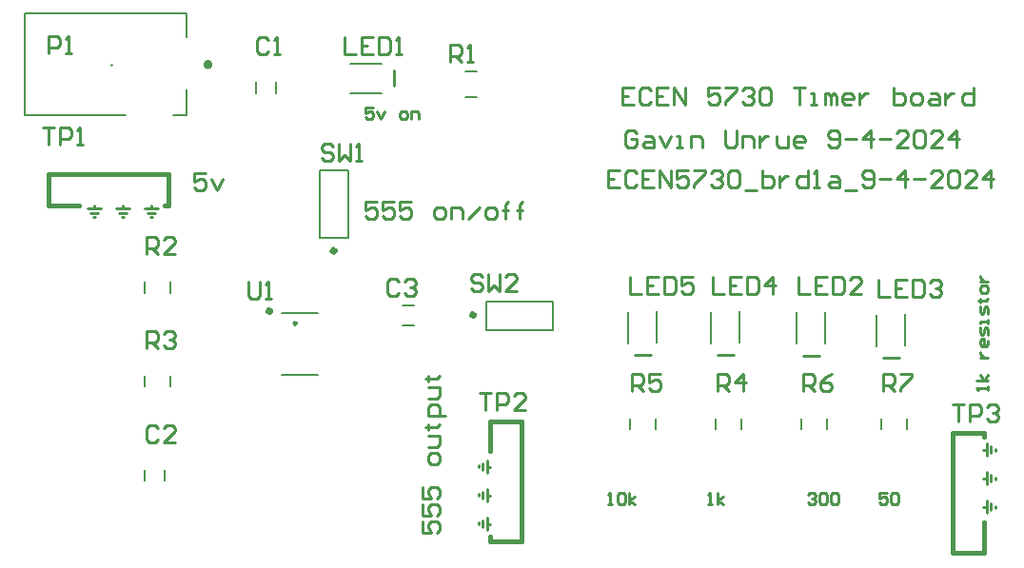
<source format=gto>
G04*
G04 #@! TF.GenerationSoftware,Altium Limited,Altium Designer,24.1.2 (44)*
G04*
G04 Layer_Color=65535*
%FSLAX25Y25*%
%MOIN*%
G70*
G04*
G04 #@! TF.SameCoordinates,DF6D4255-D543-4343-BE3F-48429236DA3E*
G04*
G04*
G04 #@! TF.FilePolarity,Positive*
G04*
G01*
G75*
%ADD10C,0.01575*%
%ADD11C,0.01181*%
%ADD12C,0.02000*%
%ADD13C,0.00500*%
%ADD14C,0.01000*%
%ADD15C,0.01500*%
%ADD16C,0.00787*%
%ADD17C,0.00600*%
%ADD18C,0.00787*%
D10*
X66610Y179900D02*
G03*
X66610Y179900I-787J0D01*
G01*
D11*
X96794Y89300D02*
G03*
X96794Y89300I-394J0D01*
G01*
D12*
X87764Y93500D02*
G03*
X87764Y93500I-492J0D01*
G01*
X110345Y114589D02*
G03*
X110345Y114589I-500J0D01*
G01*
X159089Y92155D02*
G03*
X159089Y92155I-500J0D01*
G01*
D13*
X53722Y162284D02*
X58469D01*
Y171300D01*
X1776Y162284D02*
Y197716D01*
X58469D01*
Y189500D02*
Y197716D01*
X1776Y162284D02*
X37012D01*
D14*
X32091Y180000D02*
X32122D01*
X23750Y129500D02*
X28250D01*
X26000D02*
Y130527D01*
X24750Y128000D02*
X27250D01*
X25523Y126500D02*
X26250D01*
X33750Y129500D02*
X38250D01*
X36000D02*
Y130527D01*
X34750Y128000D02*
X37250D01*
X35523Y126500D02*
X36250D01*
X43750Y129500D02*
X48250D01*
X46000D02*
Y130527D01*
X44750Y128000D02*
X47250D01*
X45523Y126500D02*
X46250D01*
X163500Y36750D02*
Y41250D01*
Y39000D02*
X164527D01*
X162000Y37750D02*
Y40250D01*
X160500Y38750D02*
Y39477D01*
X163500Y26750D02*
Y31250D01*
Y29000D02*
X164527D01*
X162000Y27750D02*
Y30250D01*
X160500Y28750D02*
Y29477D01*
X163500Y16750D02*
Y21250D01*
Y19000D02*
X164527D01*
X162000Y17750D02*
Y20250D01*
X160500Y18750D02*
Y19477D01*
X130900Y172400D02*
Y178000D01*
X302400Y77100D02*
X308000D01*
X274400Y78000D02*
X280000D01*
X244400Y78100D02*
X250000D01*
X215400D02*
X221000D01*
X341500Y44523D02*
Y45250D01*
X340000Y43750D02*
Y46250D01*
X337473Y45000D02*
X338500D01*
Y42750D02*
Y47250D01*
X341500Y34523D02*
Y35250D01*
X340000Y33750D02*
Y36250D01*
X337473Y35000D02*
X338500D01*
Y32750D02*
Y37250D01*
X341500Y24523D02*
Y25250D01*
X340000Y23750D02*
Y26250D01*
X337473Y25000D02*
X338500D01*
Y22750D02*
Y27250D01*
X303666Y29999D02*
X301000D01*
Y27999D01*
X302333Y28666D01*
X302999D01*
X303666Y27999D01*
Y26666D01*
X302999Y26000D01*
X301666D01*
X301000Y26666D01*
X304999Y29332D02*
X305665Y29999D01*
X306998D01*
X307664Y29332D01*
Y26666D01*
X306998Y26000D01*
X305665D01*
X304999Y26666D01*
Y29332D01*
X276000D02*
X276666Y29999D01*
X277999D01*
X278666Y29332D01*
Y28666D01*
X277999Y27999D01*
X277333D01*
X277999D01*
X278666Y27333D01*
Y26666D01*
X277999Y26000D01*
X276666D01*
X276000Y26666D01*
X279999Y29332D02*
X280665Y29999D01*
X281998D01*
X282664Y29332D01*
Y26666D01*
X281998Y26000D01*
X280665D01*
X279999Y26666D01*
Y29332D01*
X283997D02*
X284664Y29999D01*
X285997D01*
X286663Y29332D01*
Y26666D01*
X285997Y26000D01*
X284664D01*
X283997Y26666D01*
Y29332D01*
X241000Y26000D02*
X242333D01*
X241666D01*
Y29999D01*
X241000Y29332D01*
X244332Y26000D02*
Y29999D01*
Y27333D02*
X246332Y28666D01*
X244332Y27333D02*
X246332Y26000D01*
X206000D02*
X207333D01*
X206666D01*
Y29999D01*
X206000Y29332D01*
X209332D02*
X209999Y29999D01*
X211332D01*
X211998Y29332D01*
Y26666D01*
X211332Y26000D01*
X209999D01*
X209332Y26666D01*
Y29332D01*
X213331Y26000D02*
Y29999D01*
Y27333D02*
X215330Y28666D01*
X213331Y27333D02*
X215330Y26000D01*
X123666Y164999D02*
X121000D01*
Y162999D01*
X122333Y163666D01*
X122999D01*
X123666Y162999D01*
Y161667D01*
X122999Y161000D01*
X121667D01*
X121000Y161667D01*
X124999Y163666D02*
X126332Y161000D01*
X127664Y163666D01*
X133663Y161000D02*
X134995D01*
X135662Y161667D01*
Y162999D01*
X134995Y163666D01*
X133663D01*
X132996Y162999D01*
Y161667D01*
X133663Y161000D01*
X136995D02*
Y163666D01*
X138994D01*
X139661Y162999D01*
Y161000D01*
X339000Y66000D02*
Y67333D01*
Y66666D01*
X335001D01*
X335668Y66000D01*
X339000Y69332D02*
X335001D01*
X337667D02*
X336334Y71332D01*
X337667Y69332D02*
X339000Y71332D01*
X336334Y77330D02*
X339000D01*
X337667D01*
X337001Y77996D01*
X336334Y78663D01*
Y79329D01*
X339000Y83328D02*
Y81995D01*
X338334Y81328D01*
X337001D01*
X336334Y81995D01*
Y83328D01*
X337001Y83994D01*
X337667D01*
Y81328D01*
X339000Y85327D02*
Y87326D01*
X338334Y87993D01*
X337667Y87326D01*
Y85994D01*
X337001Y85327D01*
X336334Y85994D01*
Y87993D01*
X339000Y89326D02*
Y90659D01*
Y89992D01*
X336334D01*
Y89326D01*
X339000Y92658D02*
Y94657D01*
X338334Y95324D01*
X337667Y94657D01*
Y93325D01*
X337001Y92658D01*
X336334Y93325D01*
Y95324D01*
X335668Y97323D02*
X336334D01*
Y96657D01*
Y97990D01*
Y97323D01*
X338334D01*
X339000Y97990D01*
Y100655D02*
Y101988D01*
X338334Y102655D01*
X337001D01*
X336334Y101988D01*
Y100655D01*
X337001Y99989D01*
X338334D01*
X339000Y100655D01*
X336334Y103988D02*
X339000D01*
X337667D01*
X337001Y104654D01*
X336334Y105321D01*
Y105987D01*
X141003Y19999D02*
Y16000D01*
X144002D01*
X143002Y17999D01*
Y18999D01*
X144002Y19999D01*
X146001D01*
X147001Y18999D01*
Y17000D01*
X146001Y16000D01*
X141003Y25997D02*
Y21998D01*
X144002D01*
X143002Y23997D01*
Y24997D01*
X144002Y25997D01*
X146001D01*
X147001Y24997D01*
Y22998D01*
X146001Y21998D01*
X141003Y31995D02*
Y27996D01*
X144002D01*
X143002Y29996D01*
Y30995D01*
X144002Y31995D01*
X146001D01*
X147001Y30995D01*
Y28996D01*
X146001Y27996D01*
X147001Y40992D02*
Y42991D01*
X146001Y43991D01*
X144002D01*
X143002Y42991D01*
Y40992D01*
X144002Y39992D01*
X146001D01*
X147001Y40992D01*
X143002Y45990D02*
X146001D01*
X147001Y46990D01*
Y49989D01*
X143002D01*
X142002Y52988D02*
X143002D01*
Y51988D01*
Y53988D01*
Y52988D01*
X146001D01*
X147001Y53988D01*
X149000Y56987D02*
X143002D01*
Y59986D01*
X144002Y60985D01*
X146001D01*
X147001Y59986D01*
Y56987D01*
X143002Y62985D02*
X146001D01*
X147001Y63985D01*
Y66983D01*
X143002D01*
X142002Y69982D02*
X143002D01*
Y68983D01*
Y70982D01*
Y69982D01*
X146001D01*
X147001Y70982D01*
X124999Y131998D02*
X121000D01*
Y128999D01*
X122999Y129999D01*
X123999D01*
X124999Y128999D01*
Y127000D01*
X123999Y126000D01*
X122000D01*
X121000Y127000D01*
X130997Y131998D02*
X126998D01*
Y128999D01*
X128997Y129999D01*
X129997D01*
X130997Y128999D01*
Y127000D01*
X129997Y126000D01*
X127998D01*
X126998Y127000D01*
X136995Y131998D02*
X132996D01*
Y128999D01*
X134995Y129999D01*
X135995D01*
X136995Y128999D01*
Y127000D01*
X135995Y126000D01*
X133996D01*
X132996Y127000D01*
X145992Y126000D02*
X147991D01*
X148991Y127000D01*
Y128999D01*
X147991Y129999D01*
X145992D01*
X144992Y128999D01*
Y127000D01*
X145992Y126000D01*
X150990D02*
Y129999D01*
X153989D01*
X154989Y128999D01*
Y126000D01*
X156988D02*
X160987Y129999D01*
X163986Y126000D02*
X165985D01*
X166985Y127000D01*
Y128999D01*
X165985Y129999D01*
X163986D01*
X162986Y128999D01*
Y127000D01*
X163986Y126000D01*
X169984D02*
Y130998D01*
Y128999D01*
X168984D01*
X170984D01*
X169984D01*
Y130998D01*
X170984Y131998D01*
X174983Y126000D02*
Y130998D01*
Y128999D01*
X173983D01*
X175982D01*
X174983D01*
Y130998D01*
X175982Y131998D01*
X64999Y141998D02*
X61000D01*
Y138999D01*
X62999Y139999D01*
X63999D01*
X64999Y138999D01*
Y137000D01*
X63999Y136000D01*
X62000D01*
X61000Y137000D01*
X66998Y139999D02*
X68997Y136000D01*
X70997Y139999D01*
X209999Y142998D02*
X206000D01*
Y137000D01*
X209999D01*
X206000Y139999D02*
X207999D01*
X215997Y141998D02*
X214997Y142998D01*
X212998D01*
X211998Y141998D01*
Y137999D01*
X212998Y137000D01*
X214997D01*
X215997Y137999D01*
X221995Y142998D02*
X217996D01*
Y137000D01*
X221995D01*
X217996Y139999D02*
X219995D01*
X223994Y137000D02*
Y142998D01*
X227993Y137000D01*
Y142998D01*
X233991D02*
X229992D01*
Y139999D01*
X231992Y140998D01*
X232991D01*
X233991Y139999D01*
Y137999D01*
X232991Y137000D01*
X230992D01*
X229992Y137999D01*
X235990Y142998D02*
X239989D01*
Y141998D01*
X235990Y137999D01*
Y137000D01*
X241988Y141998D02*
X242988Y142998D01*
X244987D01*
X245987Y141998D01*
Y140998D01*
X244987Y139999D01*
X243988D01*
X244987D01*
X245987Y138999D01*
Y137999D01*
X244987Y137000D01*
X242988D01*
X241988Y137999D01*
X247986Y141998D02*
X248986Y142998D01*
X250985D01*
X251985Y141998D01*
Y137999D01*
X250985Y137000D01*
X248986D01*
X247986Y137999D01*
Y141998D01*
X253984Y136000D02*
X257983D01*
X259982Y142998D02*
Y137000D01*
X262982D01*
X263981Y137999D01*
Y138999D01*
Y139999D01*
X262982Y140998D01*
X259982D01*
X265981D02*
Y137000D01*
Y138999D01*
X266980Y139999D01*
X267980Y140998D01*
X268980D01*
X275977Y142998D02*
Y137000D01*
X272978D01*
X271979Y137999D01*
Y139999D01*
X272978Y140998D01*
X275977D01*
X277977Y137000D02*
X279976D01*
X278976D01*
Y142998D01*
X277977Y141998D01*
X283975Y140998D02*
X285974D01*
X286974Y139999D01*
Y137000D01*
X283975D01*
X282975Y137999D01*
X283975Y138999D01*
X286974D01*
X288973Y136000D02*
X292972D01*
X294971Y137999D02*
X295971Y137000D01*
X297970D01*
X298970Y137999D01*
Y141998D01*
X297970Y142998D01*
X295971D01*
X294971Y141998D01*
Y140998D01*
X295971Y139999D01*
X298970D01*
X300969D02*
X304968D01*
X309966Y137000D02*
Y142998D01*
X306967Y139999D01*
X310966D01*
X312965D02*
X316964D01*
X322962Y137000D02*
X318964D01*
X322962Y140998D01*
Y141998D01*
X321962Y142998D01*
X319963D01*
X318964Y141998D01*
X324961D02*
X325961Y142998D01*
X327961D01*
X328960Y141998D01*
Y137999D01*
X327961Y137000D01*
X325961D01*
X324961Y137999D01*
Y141998D01*
X334958Y137000D02*
X330960D01*
X334958Y140998D01*
Y141998D01*
X333959Y142998D01*
X331959D01*
X330960Y141998D01*
X339957Y137000D02*
Y142998D01*
X336958Y139999D01*
X340956D01*
X215997Y155998D02*
X214997Y156998D01*
X212998D01*
X211998Y155998D01*
Y152000D01*
X212998Y151000D01*
X214997D01*
X215997Y152000D01*
Y153999D01*
X213997D01*
X218996Y154999D02*
X220995D01*
X221995Y153999D01*
Y151000D01*
X218996D01*
X217996Y152000D01*
X218996Y152999D01*
X221995D01*
X223994Y154999D02*
X225993Y151000D01*
X227993Y154999D01*
X229992Y151000D02*
X231992D01*
X230992D01*
Y154999D01*
X229992D01*
X234991Y151000D02*
Y154999D01*
X237990D01*
X238989Y153999D01*
Y151000D01*
X246987Y156998D02*
Y152000D01*
X247986Y151000D01*
X249986D01*
X250985Y152000D01*
Y156998D01*
X252985Y151000D02*
Y154999D01*
X255984D01*
X256983Y153999D01*
Y151000D01*
X258983Y154999D02*
Y151000D01*
Y152999D01*
X259982Y153999D01*
X260982Y154999D01*
X261982D01*
X264981D02*
Y152000D01*
X265981Y151000D01*
X268980D01*
Y154999D01*
X273978Y151000D02*
X271979D01*
X270979Y152000D01*
Y153999D01*
X271979Y154999D01*
X273978D01*
X274978Y153999D01*
Y152999D01*
X270979D01*
X282975Y152000D02*
X283975Y151000D01*
X285974D01*
X286974Y152000D01*
Y155998D01*
X285974Y156998D01*
X283975D01*
X282975Y155998D01*
Y154999D01*
X283975Y153999D01*
X286974D01*
X288973D02*
X292972D01*
X297970Y151000D02*
Y156998D01*
X294971Y153999D01*
X298970D01*
X300969D02*
X304968D01*
X310966Y151000D02*
X306967D01*
X310966Y154999D01*
Y155998D01*
X309966Y156998D01*
X307967D01*
X306967Y155998D01*
X312965D02*
X313965Y156998D01*
X315964D01*
X316964Y155998D01*
Y152000D01*
X315964Y151000D01*
X313965D01*
X312965Y152000D01*
Y155998D01*
X322962Y151000D02*
X318964D01*
X322962Y154999D01*
Y155998D01*
X321962Y156998D01*
X319963D01*
X318964Y155998D01*
X327961Y151000D02*
Y156998D01*
X324961Y153999D01*
X328960D01*
X214999Y171998D02*
X211000D01*
Y166000D01*
X214999D01*
X211000Y168999D02*
X212999D01*
X220997Y170998D02*
X219997Y171998D01*
X217998D01*
X216998Y170998D01*
Y167000D01*
X217998Y166000D01*
X219997D01*
X220997Y167000D01*
X226995Y171998D02*
X222996D01*
Y166000D01*
X226995D01*
X222996Y168999D02*
X224995D01*
X228994Y166000D02*
Y171998D01*
X232993Y166000D01*
Y171998D01*
X244989D02*
X240990D01*
Y168999D01*
X242990Y169999D01*
X243989D01*
X244989Y168999D01*
Y167000D01*
X243989Y166000D01*
X241990D01*
X240990Y167000D01*
X246988Y171998D02*
X250987D01*
Y170998D01*
X246988Y167000D01*
Y166000D01*
X252986Y170998D02*
X253986Y171998D01*
X255985D01*
X256985Y170998D01*
Y169999D01*
X255985Y168999D01*
X254986D01*
X255985D01*
X256985Y167999D01*
Y167000D01*
X255985Y166000D01*
X253986D01*
X252986Y167000D01*
X258984Y170998D02*
X259984Y171998D01*
X261983D01*
X262983Y170998D01*
Y167000D01*
X261983Y166000D01*
X259984D01*
X258984Y167000D01*
Y170998D01*
X270981Y171998D02*
X274979D01*
X272980D01*
Y166000D01*
X276979D02*
X278978D01*
X277978D01*
Y169999D01*
X276979D01*
X281977Y166000D02*
Y169999D01*
X282977D01*
X283976Y168999D01*
Y166000D01*
Y168999D01*
X284976Y169999D01*
X285976Y168999D01*
Y166000D01*
X290974D02*
X288975D01*
X287975Y167000D01*
Y168999D01*
X288975Y169999D01*
X290974D01*
X291974Y168999D01*
Y167999D01*
X287975D01*
X293973Y169999D02*
Y166000D01*
Y167999D01*
X294973Y168999D01*
X295972Y169999D01*
X296972D01*
X305969Y171998D02*
Y166000D01*
X308968D01*
X309968Y167000D01*
Y167999D01*
Y168999D01*
X308968Y169999D01*
X305969D01*
X312967Y166000D02*
X314966D01*
X315966Y167000D01*
Y168999D01*
X314966Y169999D01*
X312967D01*
X311967Y168999D01*
Y167000D01*
X312967Y166000D01*
X318965Y169999D02*
X320964D01*
X321964Y168999D01*
Y166000D01*
X318965D01*
X317965Y167000D01*
X318965Y167999D01*
X321964D01*
X323963Y169999D02*
Y166000D01*
Y167999D01*
X324963Y168999D01*
X325963Y169999D01*
X326962D01*
X333960Y171998D02*
Y166000D01*
X330961D01*
X329961Y167000D01*
Y168999D01*
X330961Y169999D01*
X333960D01*
X80000Y103998D02*
Y99000D01*
X81000Y98000D01*
X82999D01*
X83999Y99000D01*
Y103998D01*
X85998Y98000D02*
X87997D01*
X86998D01*
Y103998D01*
X85998Y102998D01*
X326800Y60798D02*
X330799D01*
X328799D01*
Y54800D01*
X332798D02*
Y60798D01*
X335797D01*
X336797Y59798D01*
Y57799D01*
X335797Y56799D01*
X332798D01*
X338796Y59798D02*
X339796Y60798D01*
X341795D01*
X342795Y59798D01*
Y58799D01*
X341795Y57799D01*
X340795D01*
X341795D01*
X342795Y56799D01*
Y55800D01*
X341795Y54800D01*
X339796D01*
X338796Y55800D01*
X161000Y64798D02*
X164999D01*
X162999D01*
Y58800D01*
X166998D02*
Y64798D01*
X169997D01*
X170997Y63798D01*
Y61799D01*
X169997Y60799D01*
X166998D01*
X176995Y58800D02*
X172996D01*
X176995Y62799D01*
Y63798D01*
X175995Y64798D01*
X173996D01*
X172996Y63798D01*
X8002Y157999D02*
X12001D01*
X10002D01*
Y152001D01*
X14000D02*
Y157999D01*
X16999D01*
X17999Y156999D01*
Y155000D01*
X16999Y154000D01*
X14000D01*
X19998Y152001D02*
X21998D01*
X20998D01*
Y157999D01*
X19998Y156999D01*
X162099Y105398D02*
X161099Y106398D01*
X159100D01*
X158100Y105398D01*
Y104399D01*
X159100Y103399D01*
X161099D01*
X162099Y102399D01*
Y101400D01*
X161099Y100400D01*
X159100D01*
X158100Y101400D01*
X164098Y106398D02*
Y100400D01*
X166097Y102399D01*
X168097Y100400D01*
Y106398D01*
X174095Y100400D02*
X170096D01*
X174095Y104399D01*
Y105398D01*
X173095Y106398D01*
X171096D01*
X170096Y105398D01*
X109599Y151198D02*
X108599Y152198D01*
X106600D01*
X105600Y151198D01*
Y150199D01*
X106600Y149199D01*
X108599D01*
X109599Y148199D01*
Y147200D01*
X108599Y146200D01*
X106600D01*
X105600Y147200D01*
X111598Y152198D02*
Y146200D01*
X113597Y148199D01*
X115597Y146200D01*
Y152198D01*
X117596Y146200D02*
X119596D01*
X118596D01*
Y152198D01*
X117596Y151198D01*
X302200Y65500D02*
Y71498D01*
X305199D01*
X306199Y70498D01*
Y68499D01*
X305199Y67499D01*
X302200D01*
X304199D02*
X306199Y65500D01*
X308198Y71498D02*
X312197D01*
Y70498D01*
X308198Y66500D01*
Y65500D01*
X274200D02*
Y71498D01*
X277199D01*
X278199Y70498D01*
Y68499D01*
X277199Y67499D01*
X274200D01*
X276199D02*
X278199Y65500D01*
X284197Y71498D02*
X282197Y70498D01*
X280198Y68499D01*
Y66500D01*
X281198Y65500D01*
X283197D01*
X284197Y66500D01*
Y67499D01*
X283197Y68499D01*
X280198D01*
X214200Y65500D02*
Y71498D01*
X217199D01*
X218199Y70498D01*
Y68499D01*
X217199Y67499D01*
X214200D01*
X216199D02*
X218199Y65500D01*
X224197Y71498D02*
X220198D01*
Y68499D01*
X222197Y69499D01*
X223197D01*
X224197Y68499D01*
Y66500D01*
X223197Y65500D01*
X221198D01*
X220198Y66500D01*
X244200Y65500D02*
Y71498D01*
X247199D01*
X248199Y70498D01*
Y68499D01*
X247199Y67499D01*
X244200D01*
X246199D02*
X248199Y65500D01*
X253197D02*
Y71498D01*
X250198Y68499D01*
X254197D01*
X44200Y80450D02*
Y86448D01*
X47199D01*
X48199Y85448D01*
Y83449D01*
X47199Y82449D01*
X44200D01*
X46199D02*
X48199Y80450D01*
X50198Y85448D02*
X51198Y86448D01*
X53197D01*
X54197Y85448D01*
Y84449D01*
X53197Y83449D01*
X52197D01*
X53197D01*
X54197Y82449D01*
Y81450D01*
X53197Y80450D01*
X51198D01*
X50198Y81450D01*
X44200Y113400D02*
Y119398D01*
X47199D01*
X48199Y118398D01*
Y116399D01*
X47199Y115399D01*
X44200D01*
X46199D02*
X48199Y113400D01*
X54197D02*
X50198D01*
X54197Y117399D01*
Y118398D01*
X53197Y119398D01*
X51198D01*
X50198Y118398D01*
X150500Y180800D02*
Y186798D01*
X153499D01*
X154499Y185798D01*
Y183799D01*
X153499Y182799D01*
X150500D01*
X152499D02*
X154499Y180800D01*
X156498D02*
X158497D01*
X157498D01*
Y186798D01*
X156498Y185798D01*
X10001Y184001D02*
Y189999D01*
X13000D01*
X14000Y188999D01*
Y187000D01*
X13000Y186000D01*
X10001D01*
X15999Y184001D02*
X17999D01*
X16999D01*
Y189999D01*
X15999Y188999D01*
X213600Y105498D02*
Y99500D01*
X217599D01*
X223597Y105498D02*
X219598D01*
Y99500D01*
X223597D01*
X219598Y102499D02*
X221597D01*
X225596Y105498D02*
Y99500D01*
X228595D01*
X229595Y100500D01*
Y104498D01*
X228595Y105498D01*
X225596D01*
X235593D02*
X231594D01*
Y102499D01*
X233594Y103499D01*
X234593D01*
X235593Y102499D01*
Y100500D01*
X234593Y99500D01*
X232594D01*
X231594Y100500D01*
X242600Y105498D02*
Y99500D01*
X246599D01*
X252597Y105498D02*
X248598D01*
Y99500D01*
X252597D01*
X248598Y102499D02*
X250597D01*
X254596Y105498D02*
Y99500D01*
X257595D01*
X258595Y100500D01*
Y104498D01*
X257595Y105498D01*
X254596D01*
X263593Y99500D02*
Y105498D01*
X260594Y102499D01*
X264593D01*
X300600Y104498D02*
Y98500D01*
X304599D01*
X310597Y104498D02*
X306598D01*
Y98500D01*
X310597D01*
X306598Y101499D02*
X308597D01*
X312596Y104498D02*
Y98500D01*
X315595D01*
X316595Y99500D01*
Y103498D01*
X315595Y104498D01*
X312596D01*
X318594Y103498D02*
X319594Y104498D01*
X321593D01*
X322593Y103498D01*
Y102499D01*
X321593Y101499D01*
X320594D01*
X321593D01*
X322593Y100499D01*
Y99500D01*
X321593Y98500D01*
X319594D01*
X318594Y99500D01*
X272600Y105398D02*
Y99400D01*
X276599D01*
X282597Y105398D02*
X278598D01*
Y99400D01*
X282597D01*
X278598Y102399D02*
X280597D01*
X284596Y105398D02*
Y99400D01*
X287595D01*
X288595Y100400D01*
Y104398D01*
X287595Y105398D01*
X284596D01*
X294593Y99400D02*
X290594D01*
X294593Y103399D01*
Y104398D01*
X293593Y105398D01*
X291594D01*
X290594Y104398D01*
X113500Y189398D02*
Y183400D01*
X117499D01*
X123497Y189398D02*
X119498D01*
Y183400D01*
X123497D01*
X119498Y186399D02*
X121497D01*
X125496Y189398D02*
Y183400D01*
X128495D01*
X129495Y184400D01*
Y188398D01*
X128495Y189398D01*
X125496D01*
X131494Y183400D02*
X133493D01*
X132494D01*
Y189398D01*
X131494Y188398D01*
X132499Y103998D02*
X131499Y104998D01*
X129500D01*
X128500Y103998D01*
Y100000D01*
X129500Y99000D01*
X131499D01*
X132499Y100000D01*
X134498Y103998D02*
X135498Y104998D01*
X137497D01*
X138497Y103998D01*
Y102999D01*
X137497Y101999D01*
X136497D01*
X137497D01*
X138497Y100999D01*
Y100000D01*
X137497Y99000D01*
X135498D01*
X134498Y100000D01*
X48160Y52498D02*
X47161Y53498D01*
X45162D01*
X44162Y52498D01*
Y48500D01*
X45162Y47500D01*
X47161D01*
X48160Y48500D01*
X54159Y47500D02*
X50160D01*
X54159Y51499D01*
Y52498D01*
X53159Y53498D01*
X51160D01*
X50160Y52498D01*
X86999Y188398D02*
X85999Y189398D01*
X84000D01*
X83000Y188398D01*
Y184400D01*
X84000Y183400D01*
X85999D01*
X86999Y184400D01*
X88998Y183400D02*
X90997D01*
X89998D01*
Y189398D01*
X88998Y188398D01*
D15*
X10000Y130500D02*
X20500D01*
X10000D02*
Y141500D01*
X50500Y130500D02*
X52000D01*
Y141500D01*
X10000D02*
X52000D01*
X164500Y44500D02*
Y55000D01*
X175500D01*
X164500Y13000D02*
Y14500D01*
Y13000D02*
X175500D01*
Y55000D01*
X326500Y9000D02*
Y51000D01*
X337500D01*
Y49500D02*
Y51000D01*
X326500Y9000D02*
X337500D01*
Y19500D01*
D16*
X91700Y71100D02*
X104298D01*
X91702Y92900D02*
X104300D01*
D17*
X89500Y170000D02*
Y173800D01*
X82500Y170000D02*
Y173800D01*
X115600Y180118D02*
X126600D01*
X115700Y169882D02*
X126700D01*
X156100Y168512D02*
X159900D01*
X156100Y177488D02*
X159900D01*
X134100Y88500D02*
X137900D01*
X134100Y95500D02*
X137900D01*
X43512Y100000D02*
Y103800D01*
X52488Y100000D02*
Y103800D01*
X43512Y67050D02*
Y70850D01*
X52488Y67050D02*
Y70850D01*
X310118Y81400D02*
Y92400D01*
X299882Y81300D02*
Y92300D01*
X282118Y82300D02*
Y93300D01*
X271882Y82200D02*
Y93200D01*
X252118Y82400D02*
Y93400D01*
X241882Y82300D02*
Y93300D01*
X223118Y82400D02*
Y93400D01*
X212882Y82300D02*
Y93300D01*
X243512Y52100D02*
Y55900D01*
X252488Y52100D02*
Y55900D01*
X301512Y52100D02*
Y55900D01*
X310488Y52100D02*
Y55900D01*
X213512Y52100D02*
Y55900D01*
X222488Y52100D02*
Y55900D01*
X273512Y52100D02*
Y55900D01*
X282488Y52100D02*
Y55900D01*
X50662Y34100D02*
Y37900D01*
X43662Y34100D02*
Y37900D01*
D18*
X105035Y142772D02*
X115000D01*
X105035Y119228D02*
Y142772D01*
Y119228D02*
X115000D01*
Y142772D01*
X186772Y87000D02*
Y96965D01*
X163228D02*
X186772D01*
X163228Y87000D02*
Y96965D01*
Y87000D02*
X186772D01*
M02*

</source>
